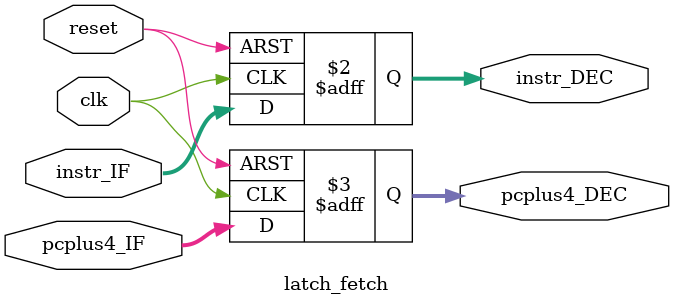
<source format=sv>
module latch_fetch (input logic clk,
                    input logic reset,
                    input logic [31:0] instr_IF,
                    input logic [31:0] pcplus4_IF,
                         
                    output logic [31:0] instr_DEC,
                    output logic [31:0] pcplus4_DEC);

    always_ff @(posedge clk, posedge reset) begin
        if (reset) begin
            instr_DEC <= 0;
            pcplus4_DEC <= 0;
        end else begin
                instr_DEC <= instr_IF;
                pcplus4_DEC <= pcplus4_IF;
            end
    end
endmodule
                         
</source>
